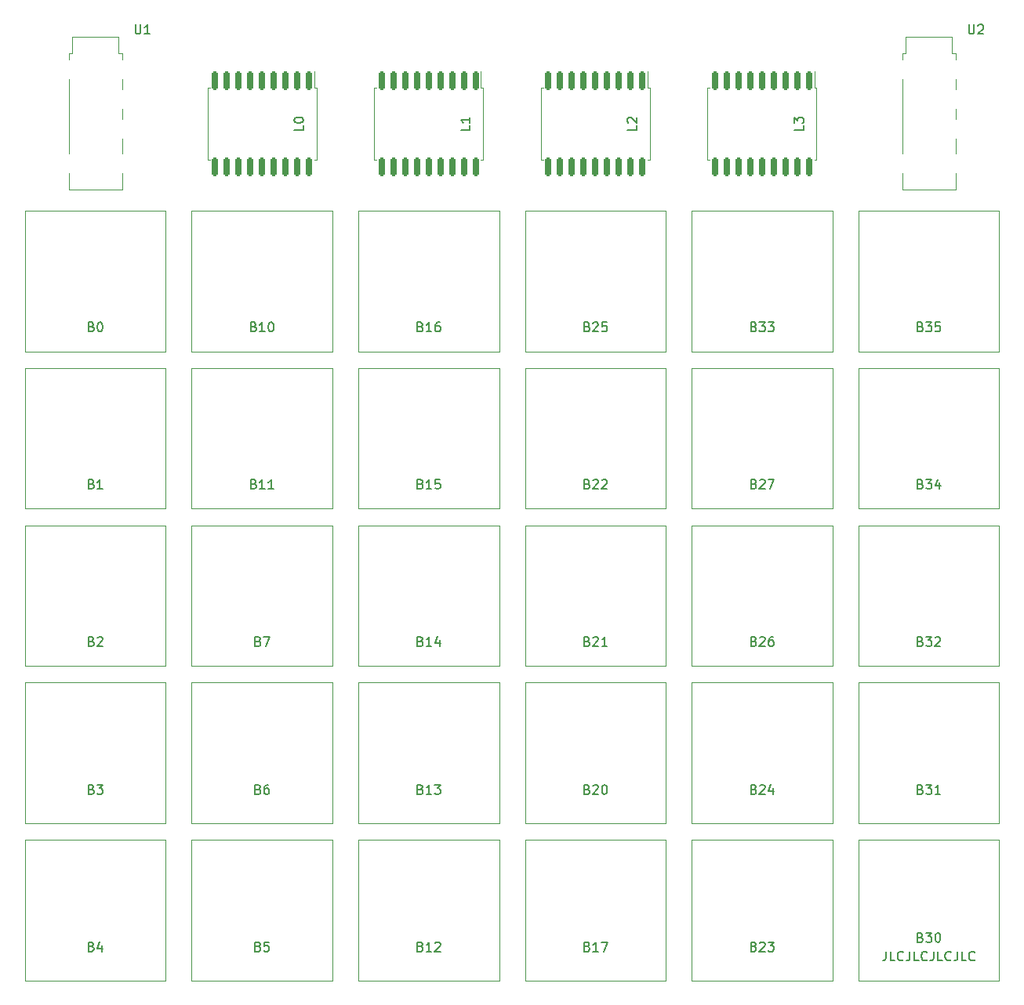
<source format=gbr>
%TF.GenerationSoftware,KiCad,Pcbnew,(6.0.4)*%
%TF.CreationDate,2022-04-25T23:47:20+01:00*%
%TF.ProjectId,pcb,7063622e-6b69-4636-9164-5f7063625858,1*%
%TF.SameCoordinates,Original*%
%TF.FileFunction,Legend,Top*%
%TF.FilePolarity,Positive*%
%FSLAX46Y46*%
G04 Gerber Fmt 4.6, Leading zero omitted, Abs format (unit mm)*
G04 Created by KiCad (PCBNEW (6.0.4)) date 2022-04-25 23:47:20*
%MOMM*%
%LPD*%
G01*
G04 APERTURE LIST*
G04 Aperture macros list*
%AMRoundRect*
0 Rectangle with rounded corners*
0 $1 Rounding radius*
0 $2 $3 $4 $5 $6 $7 $8 $9 X,Y pos of 4 corners*
0 Add a 4 corners polygon primitive as box body*
4,1,4,$2,$3,$4,$5,$6,$7,$8,$9,$2,$3,0*
0 Add four circle primitives for the rounded corners*
1,1,$1+$1,$2,$3*
1,1,$1+$1,$4,$5*
1,1,$1+$1,$6,$7*
1,1,$1+$1,$8,$9*
0 Add four rect primitives between the rounded corners*
20,1,$1+$1,$2,$3,$4,$5,0*
20,1,$1+$1,$4,$5,$6,$7,0*
20,1,$1+$1,$6,$7,$8,$9,0*
20,1,$1+$1,$8,$9,$2,$3,0*%
G04 Aperture macros list end*
%ADD10C,0.150000*%
%ADD11C,0.120000*%
%ADD12C,2.000000*%
%ADD13C,1.900000*%
%ADD14C,3.450000*%
%ADD15C,1.500000*%
%ADD16RoundRect,0.150000X-0.150000X0.875000X-0.150000X-0.875000X0.150000X-0.875000X0.150000X0.875000X0*%
G04 APERTURE END LIST*
D10*
X121380952Y-174452380D02*
X121380952Y-175166666D01*
X121333333Y-175309523D01*
X121238095Y-175404761D01*
X121095238Y-175452380D01*
X121000000Y-175452380D01*
X122333333Y-175452380D02*
X121857142Y-175452380D01*
X121857142Y-174452380D01*
X123238095Y-175357142D02*
X123190476Y-175404761D01*
X123047619Y-175452380D01*
X122952380Y-175452380D01*
X122809523Y-175404761D01*
X122714285Y-175309523D01*
X122666666Y-175214285D01*
X122619047Y-175023809D01*
X122619047Y-174880952D01*
X122666666Y-174690476D01*
X122714285Y-174595238D01*
X122809523Y-174500000D01*
X122952380Y-174452380D01*
X123047619Y-174452380D01*
X123190476Y-174500000D01*
X123238095Y-174547619D01*
X123952380Y-174452380D02*
X123952380Y-175166666D01*
X123904761Y-175309523D01*
X123809523Y-175404761D01*
X123666666Y-175452380D01*
X123571428Y-175452380D01*
X124904761Y-175452380D02*
X124428571Y-175452380D01*
X124428571Y-174452380D01*
X125809523Y-175357142D02*
X125761904Y-175404761D01*
X125619047Y-175452380D01*
X125523809Y-175452380D01*
X125380952Y-175404761D01*
X125285714Y-175309523D01*
X125238095Y-175214285D01*
X125190476Y-175023809D01*
X125190476Y-174880952D01*
X125238095Y-174690476D01*
X125285714Y-174595238D01*
X125380952Y-174500000D01*
X125523809Y-174452380D01*
X125619047Y-174452380D01*
X125761904Y-174500000D01*
X125809523Y-174547619D01*
X126523809Y-174452380D02*
X126523809Y-175166666D01*
X126476190Y-175309523D01*
X126380952Y-175404761D01*
X126238095Y-175452380D01*
X126142857Y-175452380D01*
X127476190Y-175452380D02*
X127000000Y-175452380D01*
X127000000Y-174452380D01*
X128380952Y-175357142D02*
X128333333Y-175404761D01*
X128190476Y-175452380D01*
X128095238Y-175452380D01*
X127952380Y-175404761D01*
X127857142Y-175309523D01*
X127809523Y-175214285D01*
X127761904Y-175023809D01*
X127761904Y-174880952D01*
X127809523Y-174690476D01*
X127857142Y-174595238D01*
X127952380Y-174500000D01*
X128095238Y-174452380D01*
X128190476Y-174452380D01*
X128333333Y-174500000D01*
X128380952Y-174547619D01*
X129095238Y-174452380D02*
X129095238Y-175166666D01*
X129047619Y-175309523D01*
X128952380Y-175404761D01*
X128809523Y-175452380D01*
X128714285Y-175452380D01*
X130047619Y-175452380D02*
X129571428Y-175452380D01*
X129571428Y-174452380D01*
X130952380Y-175357142D02*
X130904761Y-175404761D01*
X130761904Y-175452380D01*
X130666666Y-175452380D01*
X130523809Y-175404761D01*
X130428571Y-175309523D01*
X130380952Y-175214285D01*
X130333333Y-175023809D01*
X130333333Y-174880952D01*
X130380952Y-174690476D01*
X130428571Y-174595238D01*
X130523809Y-174500000D01*
X130666666Y-174452380D01*
X130761904Y-174452380D01*
X130904761Y-174500000D01*
X130952380Y-174547619D01*
%TO.C,B4*%
X35595238Y-173928571D02*
X35738095Y-173976190D01*
X35785714Y-174023809D01*
X35833333Y-174119047D01*
X35833333Y-174261904D01*
X35785714Y-174357142D01*
X35738095Y-174404761D01*
X35642857Y-174452380D01*
X35261904Y-174452380D01*
X35261904Y-173452380D01*
X35595238Y-173452380D01*
X35690476Y-173500000D01*
X35738095Y-173547619D01*
X35785714Y-173642857D01*
X35785714Y-173738095D01*
X35738095Y-173833333D01*
X35690476Y-173880952D01*
X35595238Y-173928571D01*
X35261904Y-173928571D01*
X36690476Y-173785714D02*
X36690476Y-174452380D01*
X36452380Y-173404761D02*
X36214285Y-174119047D01*
X36833333Y-174119047D01*
%TO.C,B0*%
X35595238Y-106928571D02*
X35738095Y-106976190D01*
X35785714Y-107023809D01*
X35833333Y-107119047D01*
X35833333Y-107261904D01*
X35785714Y-107357142D01*
X35738095Y-107404761D01*
X35642857Y-107452380D01*
X35261904Y-107452380D01*
X35261904Y-106452380D01*
X35595238Y-106452380D01*
X35690476Y-106500000D01*
X35738095Y-106547619D01*
X35785714Y-106642857D01*
X35785714Y-106738095D01*
X35738095Y-106833333D01*
X35690476Y-106880952D01*
X35595238Y-106928571D01*
X35261904Y-106928571D01*
X36452380Y-106452380D02*
X36547619Y-106452380D01*
X36642857Y-106500000D01*
X36690476Y-106547619D01*
X36738095Y-106642857D01*
X36785714Y-106833333D01*
X36785714Y-107071428D01*
X36738095Y-107261904D01*
X36690476Y-107357142D01*
X36642857Y-107404761D01*
X36547619Y-107452380D01*
X36452380Y-107452380D01*
X36357142Y-107404761D01*
X36309523Y-107357142D01*
X36261904Y-107261904D01*
X36214285Y-107071428D01*
X36214285Y-106833333D01*
X36261904Y-106642857D01*
X36309523Y-106547619D01*
X36357142Y-106500000D01*
X36452380Y-106452380D01*
%TO.C,B10*%
X53119047Y-106928571D02*
X53261904Y-106976190D01*
X53309523Y-107023809D01*
X53357142Y-107119047D01*
X53357142Y-107261904D01*
X53309523Y-107357142D01*
X53261904Y-107404761D01*
X53166666Y-107452380D01*
X52785714Y-107452380D01*
X52785714Y-106452380D01*
X53119047Y-106452380D01*
X53214285Y-106500000D01*
X53261904Y-106547619D01*
X53309523Y-106642857D01*
X53309523Y-106738095D01*
X53261904Y-106833333D01*
X53214285Y-106880952D01*
X53119047Y-106928571D01*
X52785714Y-106928571D01*
X54309523Y-107452380D02*
X53738095Y-107452380D01*
X54023809Y-107452380D02*
X54023809Y-106452380D01*
X53928571Y-106595238D01*
X53833333Y-106690476D01*
X53738095Y-106738095D01*
X54928571Y-106452380D02*
X55023809Y-106452380D01*
X55119047Y-106500000D01*
X55166666Y-106547619D01*
X55214285Y-106642857D01*
X55261904Y-106833333D01*
X55261904Y-107071428D01*
X55214285Y-107261904D01*
X55166666Y-107357142D01*
X55119047Y-107404761D01*
X55023809Y-107452380D01*
X54928571Y-107452380D01*
X54833333Y-107404761D01*
X54785714Y-107357142D01*
X54738095Y-107261904D01*
X54690476Y-107071428D01*
X54690476Y-106833333D01*
X54738095Y-106642857D01*
X54785714Y-106547619D01*
X54833333Y-106500000D01*
X54928571Y-106452380D01*
%TO.C,B16*%
X71119047Y-106928571D02*
X71261904Y-106976190D01*
X71309523Y-107023809D01*
X71357142Y-107119047D01*
X71357142Y-107261904D01*
X71309523Y-107357142D01*
X71261904Y-107404761D01*
X71166666Y-107452380D01*
X70785714Y-107452380D01*
X70785714Y-106452380D01*
X71119047Y-106452380D01*
X71214285Y-106500000D01*
X71261904Y-106547619D01*
X71309523Y-106642857D01*
X71309523Y-106738095D01*
X71261904Y-106833333D01*
X71214285Y-106880952D01*
X71119047Y-106928571D01*
X70785714Y-106928571D01*
X72309523Y-107452380D02*
X71738095Y-107452380D01*
X72023809Y-107452380D02*
X72023809Y-106452380D01*
X71928571Y-106595238D01*
X71833333Y-106690476D01*
X71738095Y-106738095D01*
X73166666Y-106452380D02*
X72976190Y-106452380D01*
X72880952Y-106500000D01*
X72833333Y-106547619D01*
X72738095Y-106690476D01*
X72690476Y-106880952D01*
X72690476Y-107261904D01*
X72738095Y-107357142D01*
X72785714Y-107404761D01*
X72880952Y-107452380D01*
X73071428Y-107452380D01*
X73166666Y-107404761D01*
X73214285Y-107357142D01*
X73261904Y-107261904D01*
X73261904Y-107023809D01*
X73214285Y-106928571D01*
X73166666Y-106880952D01*
X73071428Y-106833333D01*
X72880952Y-106833333D01*
X72785714Y-106880952D01*
X72738095Y-106928571D01*
X72690476Y-107023809D01*
%TO.C,U1*%
X40318095Y-74282380D02*
X40318095Y-75091904D01*
X40365714Y-75187142D01*
X40413333Y-75234761D01*
X40508571Y-75282380D01*
X40699047Y-75282380D01*
X40794285Y-75234761D01*
X40841904Y-75187142D01*
X40889523Y-75091904D01*
X40889523Y-74282380D01*
X41889523Y-75282380D02*
X41318095Y-75282380D01*
X41603809Y-75282380D02*
X41603809Y-74282380D01*
X41508571Y-74425238D01*
X41413333Y-74520476D01*
X41318095Y-74568095D01*
%TO.C,B26*%
X107119047Y-140928571D02*
X107261904Y-140976190D01*
X107309523Y-141023809D01*
X107357142Y-141119047D01*
X107357142Y-141261904D01*
X107309523Y-141357142D01*
X107261904Y-141404761D01*
X107166666Y-141452380D01*
X106785714Y-141452380D01*
X106785714Y-140452380D01*
X107119047Y-140452380D01*
X107214285Y-140500000D01*
X107261904Y-140547619D01*
X107309523Y-140642857D01*
X107309523Y-140738095D01*
X107261904Y-140833333D01*
X107214285Y-140880952D01*
X107119047Y-140928571D01*
X106785714Y-140928571D01*
X107738095Y-140547619D02*
X107785714Y-140500000D01*
X107880952Y-140452380D01*
X108119047Y-140452380D01*
X108214285Y-140500000D01*
X108261904Y-140547619D01*
X108309523Y-140642857D01*
X108309523Y-140738095D01*
X108261904Y-140880952D01*
X107690476Y-141452380D01*
X108309523Y-141452380D01*
X109166666Y-140452380D02*
X108976190Y-140452380D01*
X108880952Y-140500000D01*
X108833333Y-140547619D01*
X108738095Y-140690476D01*
X108690476Y-140880952D01*
X108690476Y-141261904D01*
X108738095Y-141357142D01*
X108785714Y-141404761D01*
X108880952Y-141452380D01*
X109071428Y-141452380D01*
X109166666Y-141404761D01*
X109214285Y-141357142D01*
X109261904Y-141261904D01*
X109261904Y-141023809D01*
X109214285Y-140928571D01*
X109166666Y-140880952D01*
X109071428Y-140833333D01*
X108880952Y-140833333D01*
X108785714Y-140880952D01*
X108738095Y-140928571D01*
X108690476Y-141023809D01*
%TO.C,U2*%
X130318095Y-74282380D02*
X130318095Y-75091904D01*
X130365714Y-75187142D01*
X130413333Y-75234761D01*
X130508571Y-75282380D01*
X130699047Y-75282380D01*
X130794285Y-75234761D01*
X130841904Y-75187142D01*
X130889523Y-75091904D01*
X130889523Y-74282380D01*
X131318095Y-74377619D02*
X131365714Y-74330000D01*
X131460952Y-74282380D01*
X131699047Y-74282380D01*
X131794285Y-74330000D01*
X131841904Y-74377619D01*
X131889523Y-74472857D01*
X131889523Y-74568095D01*
X131841904Y-74710952D01*
X131270476Y-75282380D01*
X131889523Y-75282380D01*
%TO.C,B6*%
X53595238Y-156928571D02*
X53738095Y-156976190D01*
X53785714Y-157023809D01*
X53833333Y-157119047D01*
X53833333Y-157261904D01*
X53785714Y-157357142D01*
X53738095Y-157404761D01*
X53642857Y-157452380D01*
X53261904Y-157452380D01*
X53261904Y-156452380D01*
X53595238Y-156452380D01*
X53690476Y-156500000D01*
X53738095Y-156547619D01*
X53785714Y-156642857D01*
X53785714Y-156738095D01*
X53738095Y-156833333D01*
X53690476Y-156880952D01*
X53595238Y-156928571D01*
X53261904Y-156928571D01*
X54690476Y-156452380D02*
X54500000Y-156452380D01*
X54404761Y-156500000D01*
X54357142Y-156547619D01*
X54261904Y-156690476D01*
X54214285Y-156880952D01*
X54214285Y-157261904D01*
X54261904Y-157357142D01*
X54309523Y-157404761D01*
X54404761Y-157452380D01*
X54595238Y-157452380D01*
X54690476Y-157404761D01*
X54738095Y-157357142D01*
X54785714Y-157261904D01*
X54785714Y-157023809D01*
X54738095Y-156928571D01*
X54690476Y-156880952D01*
X54595238Y-156833333D01*
X54404761Y-156833333D01*
X54309523Y-156880952D01*
X54261904Y-156928571D01*
X54214285Y-157023809D01*
%TO.C,B23*%
X107119047Y-173928571D02*
X107261904Y-173976190D01*
X107309523Y-174023809D01*
X107357142Y-174119047D01*
X107357142Y-174261904D01*
X107309523Y-174357142D01*
X107261904Y-174404761D01*
X107166666Y-174452380D01*
X106785714Y-174452380D01*
X106785714Y-173452380D01*
X107119047Y-173452380D01*
X107214285Y-173500000D01*
X107261904Y-173547619D01*
X107309523Y-173642857D01*
X107309523Y-173738095D01*
X107261904Y-173833333D01*
X107214285Y-173880952D01*
X107119047Y-173928571D01*
X106785714Y-173928571D01*
X107738095Y-173547619D02*
X107785714Y-173500000D01*
X107880952Y-173452380D01*
X108119047Y-173452380D01*
X108214285Y-173500000D01*
X108261904Y-173547619D01*
X108309523Y-173642857D01*
X108309523Y-173738095D01*
X108261904Y-173880952D01*
X107690476Y-174452380D01*
X108309523Y-174452380D01*
X108642857Y-173452380D02*
X109261904Y-173452380D01*
X108928571Y-173833333D01*
X109071428Y-173833333D01*
X109166666Y-173880952D01*
X109214285Y-173928571D01*
X109261904Y-174023809D01*
X109261904Y-174261904D01*
X109214285Y-174357142D01*
X109166666Y-174404761D01*
X109071428Y-174452380D01*
X108785714Y-174452380D01*
X108690476Y-174404761D01*
X108642857Y-174357142D01*
%TO.C,B25*%
X89119047Y-106928571D02*
X89261904Y-106976190D01*
X89309523Y-107023809D01*
X89357142Y-107119047D01*
X89357142Y-107261904D01*
X89309523Y-107357142D01*
X89261904Y-107404761D01*
X89166666Y-107452380D01*
X88785714Y-107452380D01*
X88785714Y-106452380D01*
X89119047Y-106452380D01*
X89214285Y-106500000D01*
X89261904Y-106547619D01*
X89309523Y-106642857D01*
X89309523Y-106738095D01*
X89261904Y-106833333D01*
X89214285Y-106880952D01*
X89119047Y-106928571D01*
X88785714Y-106928571D01*
X89738095Y-106547619D02*
X89785714Y-106500000D01*
X89880952Y-106452380D01*
X90119047Y-106452380D01*
X90214285Y-106500000D01*
X90261904Y-106547619D01*
X90309523Y-106642857D01*
X90309523Y-106738095D01*
X90261904Y-106880952D01*
X89690476Y-107452380D01*
X90309523Y-107452380D01*
X91214285Y-106452380D02*
X90738095Y-106452380D01*
X90690476Y-106928571D01*
X90738095Y-106880952D01*
X90833333Y-106833333D01*
X91071428Y-106833333D01*
X91166666Y-106880952D01*
X91214285Y-106928571D01*
X91261904Y-107023809D01*
X91261904Y-107261904D01*
X91214285Y-107357142D01*
X91166666Y-107404761D01*
X91071428Y-107452380D01*
X90833333Y-107452380D01*
X90738095Y-107404761D01*
X90690476Y-107357142D01*
%TO.C,B5*%
X53595238Y-173928571D02*
X53738095Y-173976190D01*
X53785714Y-174023809D01*
X53833333Y-174119047D01*
X53833333Y-174261904D01*
X53785714Y-174357142D01*
X53738095Y-174404761D01*
X53642857Y-174452380D01*
X53261904Y-174452380D01*
X53261904Y-173452380D01*
X53595238Y-173452380D01*
X53690476Y-173500000D01*
X53738095Y-173547619D01*
X53785714Y-173642857D01*
X53785714Y-173738095D01*
X53738095Y-173833333D01*
X53690476Y-173880952D01*
X53595238Y-173928571D01*
X53261904Y-173928571D01*
X54738095Y-173452380D02*
X54261904Y-173452380D01*
X54214285Y-173928571D01*
X54261904Y-173880952D01*
X54357142Y-173833333D01*
X54595238Y-173833333D01*
X54690476Y-173880952D01*
X54738095Y-173928571D01*
X54785714Y-174023809D01*
X54785714Y-174261904D01*
X54738095Y-174357142D01*
X54690476Y-174404761D01*
X54595238Y-174452380D01*
X54357142Y-174452380D01*
X54261904Y-174404761D01*
X54214285Y-174357142D01*
%TO.C,B32*%
X125119047Y-140928571D02*
X125261904Y-140976190D01*
X125309523Y-141023809D01*
X125357142Y-141119047D01*
X125357142Y-141261904D01*
X125309523Y-141357142D01*
X125261904Y-141404761D01*
X125166666Y-141452380D01*
X124785714Y-141452380D01*
X124785714Y-140452380D01*
X125119047Y-140452380D01*
X125214285Y-140500000D01*
X125261904Y-140547619D01*
X125309523Y-140642857D01*
X125309523Y-140738095D01*
X125261904Y-140833333D01*
X125214285Y-140880952D01*
X125119047Y-140928571D01*
X124785714Y-140928571D01*
X125690476Y-140452380D02*
X126309523Y-140452380D01*
X125976190Y-140833333D01*
X126119047Y-140833333D01*
X126214285Y-140880952D01*
X126261904Y-140928571D01*
X126309523Y-141023809D01*
X126309523Y-141261904D01*
X126261904Y-141357142D01*
X126214285Y-141404761D01*
X126119047Y-141452380D01*
X125833333Y-141452380D01*
X125738095Y-141404761D01*
X125690476Y-141357142D01*
X126690476Y-140547619D02*
X126738095Y-140500000D01*
X126833333Y-140452380D01*
X127071428Y-140452380D01*
X127166666Y-140500000D01*
X127214285Y-140547619D01*
X127261904Y-140642857D01*
X127261904Y-140738095D01*
X127214285Y-140880952D01*
X126642857Y-141452380D01*
X127261904Y-141452380D01*
%TO.C,B15*%
X71119047Y-123928571D02*
X71261904Y-123976190D01*
X71309523Y-124023809D01*
X71357142Y-124119047D01*
X71357142Y-124261904D01*
X71309523Y-124357142D01*
X71261904Y-124404761D01*
X71166666Y-124452380D01*
X70785714Y-124452380D01*
X70785714Y-123452380D01*
X71119047Y-123452380D01*
X71214285Y-123500000D01*
X71261904Y-123547619D01*
X71309523Y-123642857D01*
X71309523Y-123738095D01*
X71261904Y-123833333D01*
X71214285Y-123880952D01*
X71119047Y-123928571D01*
X70785714Y-123928571D01*
X72309523Y-124452380D02*
X71738095Y-124452380D01*
X72023809Y-124452380D02*
X72023809Y-123452380D01*
X71928571Y-123595238D01*
X71833333Y-123690476D01*
X71738095Y-123738095D01*
X73214285Y-123452380D02*
X72738095Y-123452380D01*
X72690476Y-123928571D01*
X72738095Y-123880952D01*
X72833333Y-123833333D01*
X73071428Y-123833333D01*
X73166666Y-123880952D01*
X73214285Y-123928571D01*
X73261904Y-124023809D01*
X73261904Y-124261904D01*
X73214285Y-124357142D01*
X73166666Y-124404761D01*
X73071428Y-124452380D01*
X72833333Y-124452380D01*
X72738095Y-124404761D01*
X72690476Y-124357142D01*
%TO.C,B13*%
X71119047Y-156928571D02*
X71261904Y-156976190D01*
X71309523Y-157023809D01*
X71357142Y-157119047D01*
X71357142Y-157261904D01*
X71309523Y-157357142D01*
X71261904Y-157404761D01*
X71166666Y-157452380D01*
X70785714Y-157452380D01*
X70785714Y-156452380D01*
X71119047Y-156452380D01*
X71214285Y-156500000D01*
X71261904Y-156547619D01*
X71309523Y-156642857D01*
X71309523Y-156738095D01*
X71261904Y-156833333D01*
X71214285Y-156880952D01*
X71119047Y-156928571D01*
X70785714Y-156928571D01*
X72309523Y-157452380D02*
X71738095Y-157452380D01*
X72023809Y-157452380D02*
X72023809Y-156452380D01*
X71928571Y-156595238D01*
X71833333Y-156690476D01*
X71738095Y-156738095D01*
X72642857Y-156452380D02*
X73261904Y-156452380D01*
X72928571Y-156833333D01*
X73071428Y-156833333D01*
X73166666Y-156880952D01*
X73214285Y-156928571D01*
X73261904Y-157023809D01*
X73261904Y-157261904D01*
X73214285Y-157357142D01*
X73166666Y-157404761D01*
X73071428Y-157452380D01*
X72785714Y-157452380D01*
X72690476Y-157404761D01*
X72642857Y-157357142D01*
%TO.C,B7*%
X53595238Y-140928571D02*
X53738095Y-140976190D01*
X53785714Y-141023809D01*
X53833333Y-141119047D01*
X53833333Y-141261904D01*
X53785714Y-141357142D01*
X53738095Y-141404761D01*
X53642857Y-141452380D01*
X53261904Y-141452380D01*
X53261904Y-140452380D01*
X53595238Y-140452380D01*
X53690476Y-140500000D01*
X53738095Y-140547619D01*
X53785714Y-140642857D01*
X53785714Y-140738095D01*
X53738095Y-140833333D01*
X53690476Y-140880952D01*
X53595238Y-140928571D01*
X53261904Y-140928571D01*
X54166666Y-140452380D02*
X54833333Y-140452380D01*
X54404761Y-141452380D01*
%TO.C,B20*%
X89119047Y-156928571D02*
X89261904Y-156976190D01*
X89309523Y-157023809D01*
X89357142Y-157119047D01*
X89357142Y-157261904D01*
X89309523Y-157357142D01*
X89261904Y-157404761D01*
X89166666Y-157452380D01*
X88785714Y-157452380D01*
X88785714Y-156452380D01*
X89119047Y-156452380D01*
X89214285Y-156500000D01*
X89261904Y-156547619D01*
X89309523Y-156642857D01*
X89309523Y-156738095D01*
X89261904Y-156833333D01*
X89214285Y-156880952D01*
X89119047Y-156928571D01*
X88785714Y-156928571D01*
X89738095Y-156547619D02*
X89785714Y-156500000D01*
X89880952Y-156452380D01*
X90119047Y-156452380D01*
X90214285Y-156500000D01*
X90261904Y-156547619D01*
X90309523Y-156642857D01*
X90309523Y-156738095D01*
X90261904Y-156880952D01*
X89690476Y-157452380D01*
X90309523Y-157452380D01*
X90928571Y-156452380D02*
X91023809Y-156452380D01*
X91119047Y-156500000D01*
X91166666Y-156547619D01*
X91214285Y-156642857D01*
X91261904Y-156833333D01*
X91261904Y-157071428D01*
X91214285Y-157261904D01*
X91166666Y-157357142D01*
X91119047Y-157404761D01*
X91023809Y-157452380D01*
X90928571Y-157452380D01*
X90833333Y-157404761D01*
X90785714Y-157357142D01*
X90738095Y-157261904D01*
X90690476Y-157071428D01*
X90690476Y-156833333D01*
X90738095Y-156642857D01*
X90785714Y-156547619D01*
X90833333Y-156500000D01*
X90928571Y-156452380D01*
%TO.C,B24*%
X107119047Y-156928571D02*
X107261904Y-156976190D01*
X107309523Y-157023809D01*
X107357142Y-157119047D01*
X107357142Y-157261904D01*
X107309523Y-157357142D01*
X107261904Y-157404761D01*
X107166666Y-157452380D01*
X106785714Y-157452380D01*
X106785714Y-156452380D01*
X107119047Y-156452380D01*
X107214285Y-156500000D01*
X107261904Y-156547619D01*
X107309523Y-156642857D01*
X107309523Y-156738095D01*
X107261904Y-156833333D01*
X107214285Y-156880952D01*
X107119047Y-156928571D01*
X106785714Y-156928571D01*
X107738095Y-156547619D02*
X107785714Y-156500000D01*
X107880952Y-156452380D01*
X108119047Y-156452380D01*
X108214285Y-156500000D01*
X108261904Y-156547619D01*
X108309523Y-156642857D01*
X108309523Y-156738095D01*
X108261904Y-156880952D01*
X107690476Y-157452380D01*
X108309523Y-157452380D01*
X109166666Y-156785714D02*
X109166666Y-157452380D01*
X108928571Y-156404761D02*
X108690476Y-157119047D01*
X109309523Y-157119047D01*
%TO.C,B27*%
X107119047Y-123928571D02*
X107261904Y-123976190D01*
X107309523Y-124023809D01*
X107357142Y-124119047D01*
X107357142Y-124261904D01*
X107309523Y-124357142D01*
X107261904Y-124404761D01*
X107166666Y-124452380D01*
X106785714Y-124452380D01*
X106785714Y-123452380D01*
X107119047Y-123452380D01*
X107214285Y-123500000D01*
X107261904Y-123547619D01*
X107309523Y-123642857D01*
X107309523Y-123738095D01*
X107261904Y-123833333D01*
X107214285Y-123880952D01*
X107119047Y-123928571D01*
X106785714Y-123928571D01*
X107738095Y-123547619D02*
X107785714Y-123500000D01*
X107880952Y-123452380D01*
X108119047Y-123452380D01*
X108214285Y-123500000D01*
X108261904Y-123547619D01*
X108309523Y-123642857D01*
X108309523Y-123738095D01*
X108261904Y-123880952D01*
X107690476Y-124452380D01*
X108309523Y-124452380D01*
X108642857Y-123452380D02*
X109309523Y-123452380D01*
X108880952Y-124452380D01*
%TO.C,L0*%
X58452380Y-85166666D02*
X58452380Y-85642857D01*
X57452380Y-85642857D01*
X57452380Y-84642857D02*
X57452380Y-84547619D01*
X57500000Y-84452380D01*
X57547619Y-84404761D01*
X57642857Y-84357142D01*
X57833333Y-84309523D01*
X58071428Y-84309523D01*
X58261904Y-84357142D01*
X58357142Y-84404761D01*
X58404761Y-84452380D01*
X58452380Y-84547619D01*
X58452380Y-84642857D01*
X58404761Y-84738095D01*
X58357142Y-84785714D01*
X58261904Y-84833333D01*
X58071428Y-84880952D01*
X57833333Y-84880952D01*
X57642857Y-84833333D01*
X57547619Y-84785714D01*
X57500000Y-84738095D01*
X57452380Y-84642857D01*
%TO.C,B21*%
X89119047Y-140928571D02*
X89261904Y-140976190D01*
X89309523Y-141023809D01*
X89357142Y-141119047D01*
X89357142Y-141261904D01*
X89309523Y-141357142D01*
X89261904Y-141404761D01*
X89166666Y-141452380D01*
X88785714Y-141452380D01*
X88785714Y-140452380D01*
X89119047Y-140452380D01*
X89214285Y-140500000D01*
X89261904Y-140547619D01*
X89309523Y-140642857D01*
X89309523Y-140738095D01*
X89261904Y-140833333D01*
X89214285Y-140880952D01*
X89119047Y-140928571D01*
X88785714Y-140928571D01*
X89738095Y-140547619D02*
X89785714Y-140500000D01*
X89880952Y-140452380D01*
X90119047Y-140452380D01*
X90214285Y-140500000D01*
X90261904Y-140547619D01*
X90309523Y-140642857D01*
X90309523Y-140738095D01*
X90261904Y-140880952D01*
X89690476Y-141452380D01*
X90309523Y-141452380D01*
X91261904Y-141452380D02*
X90690476Y-141452380D01*
X90976190Y-141452380D02*
X90976190Y-140452380D01*
X90880952Y-140595238D01*
X90785714Y-140690476D01*
X90690476Y-140738095D01*
%TO.C,B22*%
X89119047Y-123928571D02*
X89261904Y-123976190D01*
X89309523Y-124023809D01*
X89357142Y-124119047D01*
X89357142Y-124261904D01*
X89309523Y-124357142D01*
X89261904Y-124404761D01*
X89166666Y-124452380D01*
X88785714Y-124452380D01*
X88785714Y-123452380D01*
X89119047Y-123452380D01*
X89214285Y-123500000D01*
X89261904Y-123547619D01*
X89309523Y-123642857D01*
X89309523Y-123738095D01*
X89261904Y-123833333D01*
X89214285Y-123880952D01*
X89119047Y-123928571D01*
X88785714Y-123928571D01*
X89738095Y-123547619D02*
X89785714Y-123500000D01*
X89880952Y-123452380D01*
X90119047Y-123452380D01*
X90214285Y-123500000D01*
X90261904Y-123547619D01*
X90309523Y-123642857D01*
X90309523Y-123738095D01*
X90261904Y-123880952D01*
X89690476Y-124452380D01*
X90309523Y-124452380D01*
X90690476Y-123547619D02*
X90738095Y-123500000D01*
X90833333Y-123452380D01*
X91071428Y-123452380D01*
X91166666Y-123500000D01*
X91214285Y-123547619D01*
X91261904Y-123642857D01*
X91261904Y-123738095D01*
X91214285Y-123880952D01*
X90642857Y-124452380D01*
X91261904Y-124452380D01*
%TO.C,B3*%
X35595238Y-156928571D02*
X35738095Y-156976190D01*
X35785714Y-157023809D01*
X35833333Y-157119047D01*
X35833333Y-157261904D01*
X35785714Y-157357142D01*
X35738095Y-157404761D01*
X35642857Y-157452380D01*
X35261904Y-157452380D01*
X35261904Y-156452380D01*
X35595238Y-156452380D01*
X35690476Y-156500000D01*
X35738095Y-156547619D01*
X35785714Y-156642857D01*
X35785714Y-156738095D01*
X35738095Y-156833333D01*
X35690476Y-156880952D01*
X35595238Y-156928571D01*
X35261904Y-156928571D01*
X36166666Y-156452380D02*
X36785714Y-156452380D01*
X36452380Y-156833333D01*
X36595238Y-156833333D01*
X36690476Y-156880952D01*
X36738095Y-156928571D01*
X36785714Y-157023809D01*
X36785714Y-157261904D01*
X36738095Y-157357142D01*
X36690476Y-157404761D01*
X36595238Y-157452380D01*
X36309523Y-157452380D01*
X36214285Y-157404761D01*
X36166666Y-157357142D01*
%TO.C,B2*%
X35595238Y-140928571D02*
X35738095Y-140976190D01*
X35785714Y-141023809D01*
X35833333Y-141119047D01*
X35833333Y-141261904D01*
X35785714Y-141357142D01*
X35738095Y-141404761D01*
X35642857Y-141452380D01*
X35261904Y-141452380D01*
X35261904Y-140452380D01*
X35595238Y-140452380D01*
X35690476Y-140500000D01*
X35738095Y-140547619D01*
X35785714Y-140642857D01*
X35785714Y-140738095D01*
X35738095Y-140833333D01*
X35690476Y-140880952D01*
X35595238Y-140928571D01*
X35261904Y-140928571D01*
X36214285Y-140547619D02*
X36261904Y-140500000D01*
X36357142Y-140452380D01*
X36595238Y-140452380D01*
X36690476Y-140500000D01*
X36738095Y-140547619D01*
X36785714Y-140642857D01*
X36785714Y-140738095D01*
X36738095Y-140880952D01*
X36166666Y-141452380D01*
X36785714Y-141452380D01*
%TO.C,B35*%
X125119047Y-106928571D02*
X125261904Y-106976190D01*
X125309523Y-107023809D01*
X125357142Y-107119047D01*
X125357142Y-107261904D01*
X125309523Y-107357142D01*
X125261904Y-107404761D01*
X125166666Y-107452380D01*
X124785714Y-107452380D01*
X124785714Y-106452380D01*
X125119047Y-106452380D01*
X125214285Y-106500000D01*
X125261904Y-106547619D01*
X125309523Y-106642857D01*
X125309523Y-106738095D01*
X125261904Y-106833333D01*
X125214285Y-106880952D01*
X125119047Y-106928571D01*
X124785714Y-106928571D01*
X125690476Y-106452380D02*
X126309523Y-106452380D01*
X125976190Y-106833333D01*
X126119047Y-106833333D01*
X126214285Y-106880952D01*
X126261904Y-106928571D01*
X126309523Y-107023809D01*
X126309523Y-107261904D01*
X126261904Y-107357142D01*
X126214285Y-107404761D01*
X126119047Y-107452380D01*
X125833333Y-107452380D01*
X125738095Y-107404761D01*
X125690476Y-107357142D01*
X127214285Y-106452380D02*
X126738095Y-106452380D01*
X126690476Y-106928571D01*
X126738095Y-106880952D01*
X126833333Y-106833333D01*
X127071428Y-106833333D01*
X127166666Y-106880952D01*
X127214285Y-106928571D01*
X127261904Y-107023809D01*
X127261904Y-107261904D01*
X127214285Y-107357142D01*
X127166666Y-107404761D01*
X127071428Y-107452380D01*
X126833333Y-107452380D01*
X126738095Y-107404761D01*
X126690476Y-107357142D01*
%TO.C,B12*%
X71119047Y-173928571D02*
X71261904Y-173976190D01*
X71309523Y-174023809D01*
X71357142Y-174119047D01*
X71357142Y-174261904D01*
X71309523Y-174357142D01*
X71261904Y-174404761D01*
X71166666Y-174452380D01*
X70785714Y-174452380D01*
X70785714Y-173452380D01*
X71119047Y-173452380D01*
X71214285Y-173500000D01*
X71261904Y-173547619D01*
X71309523Y-173642857D01*
X71309523Y-173738095D01*
X71261904Y-173833333D01*
X71214285Y-173880952D01*
X71119047Y-173928571D01*
X70785714Y-173928571D01*
X72309523Y-174452380D02*
X71738095Y-174452380D01*
X72023809Y-174452380D02*
X72023809Y-173452380D01*
X71928571Y-173595238D01*
X71833333Y-173690476D01*
X71738095Y-173738095D01*
X72690476Y-173547619D02*
X72738095Y-173500000D01*
X72833333Y-173452380D01*
X73071428Y-173452380D01*
X73166666Y-173500000D01*
X73214285Y-173547619D01*
X73261904Y-173642857D01*
X73261904Y-173738095D01*
X73214285Y-173880952D01*
X72642857Y-174452380D01*
X73261904Y-174452380D01*
%TO.C,L2*%
X94452380Y-85166666D02*
X94452380Y-85642857D01*
X93452380Y-85642857D01*
X93547619Y-84880952D02*
X93500000Y-84833333D01*
X93452380Y-84738095D01*
X93452380Y-84500000D01*
X93500000Y-84404761D01*
X93547619Y-84357142D01*
X93642857Y-84309523D01*
X93738095Y-84309523D01*
X93880952Y-84357142D01*
X94452380Y-84928571D01*
X94452380Y-84309523D01*
%TO.C,L1*%
X76452380Y-85166666D02*
X76452380Y-85642857D01*
X75452380Y-85642857D01*
X76452380Y-84309523D02*
X76452380Y-84880952D01*
X76452380Y-84595238D02*
X75452380Y-84595238D01*
X75595238Y-84690476D01*
X75690476Y-84785714D01*
X75738095Y-84880952D01*
%TO.C,B1*%
X35595238Y-123928571D02*
X35738095Y-123976190D01*
X35785714Y-124023809D01*
X35833333Y-124119047D01*
X35833333Y-124261904D01*
X35785714Y-124357142D01*
X35738095Y-124404761D01*
X35642857Y-124452380D01*
X35261904Y-124452380D01*
X35261904Y-123452380D01*
X35595238Y-123452380D01*
X35690476Y-123500000D01*
X35738095Y-123547619D01*
X35785714Y-123642857D01*
X35785714Y-123738095D01*
X35738095Y-123833333D01*
X35690476Y-123880952D01*
X35595238Y-123928571D01*
X35261904Y-123928571D01*
X36785714Y-124452380D02*
X36214285Y-124452380D01*
X36500000Y-124452380D02*
X36500000Y-123452380D01*
X36404761Y-123595238D01*
X36309523Y-123690476D01*
X36214285Y-123738095D01*
%TO.C,B17*%
X89119047Y-173928571D02*
X89261904Y-173976190D01*
X89309523Y-174023809D01*
X89357142Y-174119047D01*
X89357142Y-174261904D01*
X89309523Y-174357142D01*
X89261904Y-174404761D01*
X89166666Y-174452380D01*
X88785714Y-174452380D01*
X88785714Y-173452380D01*
X89119047Y-173452380D01*
X89214285Y-173500000D01*
X89261904Y-173547619D01*
X89309523Y-173642857D01*
X89309523Y-173738095D01*
X89261904Y-173833333D01*
X89214285Y-173880952D01*
X89119047Y-173928571D01*
X88785714Y-173928571D01*
X90309523Y-174452380D02*
X89738095Y-174452380D01*
X90023809Y-174452380D02*
X90023809Y-173452380D01*
X89928571Y-173595238D01*
X89833333Y-173690476D01*
X89738095Y-173738095D01*
X90642857Y-173452380D02*
X91309523Y-173452380D01*
X90880952Y-174452380D01*
%TO.C,B11*%
X53119047Y-123928571D02*
X53261904Y-123976190D01*
X53309523Y-124023809D01*
X53357142Y-124119047D01*
X53357142Y-124261904D01*
X53309523Y-124357142D01*
X53261904Y-124404761D01*
X53166666Y-124452380D01*
X52785714Y-124452380D01*
X52785714Y-123452380D01*
X53119047Y-123452380D01*
X53214285Y-123500000D01*
X53261904Y-123547619D01*
X53309523Y-123642857D01*
X53309523Y-123738095D01*
X53261904Y-123833333D01*
X53214285Y-123880952D01*
X53119047Y-123928571D01*
X52785714Y-123928571D01*
X54309523Y-124452380D02*
X53738095Y-124452380D01*
X54023809Y-124452380D02*
X54023809Y-123452380D01*
X53928571Y-123595238D01*
X53833333Y-123690476D01*
X53738095Y-123738095D01*
X55261904Y-124452380D02*
X54690476Y-124452380D01*
X54976190Y-124452380D02*
X54976190Y-123452380D01*
X54880952Y-123595238D01*
X54785714Y-123690476D01*
X54690476Y-123738095D01*
%TO.C,B31*%
X125119047Y-156928571D02*
X125261904Y-156976190D01*
X125309523Y-157023809D01*
X125357142Y-157119047D01*
X125357142Y-157261904D01*
X125309523Y-157357142D01*
X125261904Y-157404761D01*
X125166666Y-157452380D01*
X124785714Y-157452380D01*
X124785714Y-156452380D01*
X125119047Y-156452380D01*
X125214285Y-156500000D01*
X125261904Y-156547619D01*
X125309523Y-156642857D01*
X125309523Y-156738095D01*
X125261904Y-156833333D01*
X125214285Y-156880952D01*
X125119047Y-156928571D01*
X124785714Y-156928571D01*
X125690476Y-156452380D02*
X126309523Y-156452380D01*
X125976190Y-156833333D01*
X126119047Y-156833333D01*
X126214285Y-156880952D01*
X126261904Y-156928571D01*
X126309523Y-157023809D01*
X126309523Y-157261904D01*
X126261904Y-157357142D01*
X126214285Y-157404761D01*
X126119047Y-157452380D01*
X125833333Y-157452380D01*
X125738095Y-157404761D01*
X125690476Y-157357142D01*
X127261904Y-157452380D02*
X126690476Y-157452380D01*
X126976190Y-157452380D02*
X126976190Y-156452380D01*
X126880952Y-156595238D01*
X126785714Y-156690476D01*
X126690476Y-156738095D01*
%TO.C,L3*%
X112452380Y-85166666D02*
X112452380Y-85642857D01*
X111452380Y-85642857D01*
X111452380Y-84928571D02*
X111452380Y-84309523D01*
X111833333Y-84642857D01*
X111833333Y-84500000D01*
X111880952Y-84404761D01*
X111928571Y-84357142D01*
X112023809Y-84309523D01*
X112261904Y-84309523D01*
X112357142Y-84357142D01*
X112404761Y-84404761D01*
X112452380Y-84500000D01*
X112452380Y-84785714D01*
X112404761Y-84880952D01*
X112357142Y-84928571D01*
%TO.C,B33*%
X107119047Y-106928571D02*
X107261904Y-106976190D01*
X107309523Y-107023809D01*
X107357142Y-107119047D01*
X107357142Y-107261904D01*
X107309523Y-107357142D01*
X107261904Y-107404761D01*
X107166666Y-107452380D01*
X106785714Y-107452380D01*
X106785714Y-106452380D01*
X107119047Y-106452380D01*
X107214285Y-106500000D01*
X107261904Y-106547619D01*
X107309523Y-106642857D01*
X107309523Y-106738095D01*
X107261904Y-106833333D01*
X107214285Y-106880952D01*
X107119047Y-106928571D01*
X106785714Y-106928571D01*
X107690476Y-106452380D02*
X108309523Y-106452380D01*
X107976190Y-106833333D01*
X108119047Y-106833333D01*
X108214285Y-106880952D01*
X108261904Y-106928571D01*
X108309523Y-107023809D01*
X108309523Y-107261904D01*
X108261904Y-107357142D01*
X108214285Y-107404761D01*
X108119047Y-107452380D01*
X107833333Y-107452380D01*
X107738095Y-107404761D01*
X107690476Y-107357142D01*
X108642857Y-106452380D02*
X109261904Y-106452380D01*
X108928571Y-106833333D01*
X109071428Y-106833333D01*
X109166666Y-106880952D01*
X109214285Y-106928571D01*
X109261904Y-107023809D01*
X109261904Y-107261904D01*
X109214285Y-107357142D01*
X109166666Y-107404761D01*
X109071428Y-107452380D01*
X108785714Y-107452380D01*
X108690476Y-107404761D01*
X108642857Y-107357142D01*
%TO.C,B14*%
X71119047Y-140928571D02*
X71261904Y-140976190D01*
X71309523Y-141023809D01*
X71357142Y-141119047D01*
X71357142Y-141261904D01*
X71309523Y-141357142D01*
X71261904Y-141404761D01*
X71166666Y-141452380D01*
X70785714Y-141452380D01*
X70785714Y-140452380D01*
X71119047Y-140452380D01*
X71214285Y-140500000D01*
X71261904Y-140547619D01*
X71309523Y-140642857D01*
X71309523Y-140738095D01*
X71261904Y-140833333D01*
X71214285Y-140880952D01*
X71119047Y-140928571D01*
X70785714Y-140928571D01*
X72309523Y-141452380D02*
X71738095Y-141452380D01*
X72023809Y-141452380D02*
X72023809Y-140452380D01*
X71928571Y-140595238D01*
X71833333Y-140690476D01*
X71738095Y-140738095D01*
X73166666Y-140785714D02*
X73166666Y-141452380D01*
X72928571Y-140404761D02*
X72690476Y-141119047D01*
X73309523Y-141119047D01*
%TO.C,B34*%
X125119047Y-123928571D02*
X125261904Y-123976190D01*
X125309523Y-124023809D01*
X125357142Y-124119047D01*
X125357142Y-124261904D01*
X125309523Y-124357142D01*
X125261904Y-124404761D01*
X125166666Y-124452380D01*
X124785714Y-124452380D01*
X124785714Y-123452380D01*
X125119047Y-123452380D01*
X125214285Y-123500000D01*
X125261904Y-123547619D01*
X125309523Y-123642857D01*
X125309523Y-123738095D01*
X125261904Y-123833333D01*
X125214285Y-123880952D01*
X125119047Y-123928571D01*
X124785714Y-123928571D01*
X125690476Y-123452380D02*
X126309523Y-123452380D01*
X125976190Y-123833333D01*
X126119047Y-123833333D01*
X126214285Y-123880952D01*
X126261904Y-123928571D01*
X126309523Y-124023809D01*
X126309523Y-124261904D01*
X126261904Y-124357142D01*
X126214285Y-124404761D01*
X126119047Y-124452380D01*
X125833333Y-124452380D01*
X125738095Y-124404761D01*
X125690476Y-124357142D01*
X127166666Y-123785714D02*
X127166666Y-124452380D01*
X126928571Y-123404761D02*
X126690476Y-124119047D01*
X127309523Y-124119047D01*
%TO.C,B30*%
X125119047Y-172928571D02*
X125261904Y-172976190D01*
X125309523Y-173023809D01*
X125357142Y-173119047D01*
X125357142Y-173261904D01*
X125309523Y-173357142D01*
X125261904Y-173404761D01*
X125166666Y-173452380D01*
X124785714Y-173452380D01*
X124785714Y-172452380D01*
X125119047Y-172452380D01*
X125214285Y-172500000D01*
X125261904Y-172547619D01*
X125309523Y-172642857D01*
X125309523Y-172738095D01*
X125261904Y-172833333D01*
X125214285Y-172880952D01*
X125119047Y-172928571D01*
X124785714Y-172928571D01*
X125690476Y-172452380D02*
X126309523Y-172452380D01*
X125976190Y-172833333D01*
X126119047Y-172833333D01*
X126214285Y-172880952D01*
X126261904Y-172928571D01*
X126309523Y-173023809D01*
X126309523Y-173261904D01*
X126261904Y-173357142D01*
X126214285Y-173404761D01*
X126119047Y-173452380D01*
X125833333Y-173452380D01*
X125738095Y-173404761D01*
X125690476Y-173357142D01*
X126928571Y-172452380D02*
X127023809Y-172452380D01*
X127119047Y-172500000D01*
X127166666Y-172547619D01*
X127214285Y-172642857D01*
X127261904Y-172833333D01*
X127261904Y-173071428D01*
X127214285Y-173261904D01*
X127166666Y-173357142D01*
X127119047Y-173404761D01*
X127023809Y-173452380D01*
X126928571Y-173452380D01*
X126833333Y-173404761D01*
X126785714Y-173357142D01*
X126738095Y-173261904D01*
X126690476Y-173071428D01*
X126690476Y-172833333D01*
X126738095Y-172642857D01*
X126785714Y-172547619D01*
X126833333Y-172500000D01*
X126928571Y-172452380D01*
D11*
%TO.C,B4*%
X43600000Y-177600000D02*
X43600000Y-162400000D01*
X43600000Y-162400000D02*
X28400000Y-162400000D01*
X28400000Y-162400000D02*
X28400000Y-177600000D01*
X28400000Y-177600000D02*
X43600000Y-177600000D01*
%TO.C,B0*%
X28400000Y-109600000D02*
X43600000Y-109600000D01*
X43600000Y-109600000D02*
X43600000Y-94400000D01*
X43600000Y-94400000D02*
X28400000Y-94400000D01*
X28400000Y-94400000D02*
X28400000Y-109600000D01*
%TO.C,B10*%
X61600000Y-109600000D02*
X61600000Y-94400000D01*
X46400000Y-109600000D02*
X61600000Y-109600000D01*
X61600000Y-94400000D02*
X46400000Y-94400000D01*
X46400000Y-94400000D02*
X46400000Y-109600000D01*
%TO.C,B16*%
X79600000Y-94400000D02*
X64400000Y-94400000D01*
X64400000Y-94400000D02*
X64400000Y-109600000D01*
X64400000Y-109600000D02*
X79600000Y-109600000D01*
X79600000Y-109600000D02*
X79600000Y-94400000D01*
%TO.C,U1*%
X33125000Y-77370000D02*
X33125000Y-92070000D01*
X38500000Y-77370000D02*
X38875000Y-77370000D01*
X38500000Y-75570000D02*
X38500000Y-77370000D01*
X33125000Y-92070000D02*
X38875000Y-92070000D01*
X33500000Y-75570000D02*
X33500000Y-77370000D01*
X33460000Y-77370000D02*
X33125000Y-77370000D01*
X38875000Y-77370000D02*
X38875000Y-92070000D01*
X33500000Y-75570000D02*
X38500000Y-75570000D01*
%TO.C,B26*%
X115600000Y-128400000D02*
X100400000Y-128400000D01*
X100400000Y-143600000D02*
X115600000Y-143600000D01*
X100400000Y-128400000D02*
X100400000Y-143600000D01*
X115600000Y-143600000D02*
X115600000Y-128400000D01*
%TO.C,U2*%
X123500000Y-75570000D02*
X128500000Y-75570000D01*
X123125000Y-92070000D02*
X128875000Y-92070000D01*
X128500000Y-77370000D02*
X128875000Y-77370000D01*
X123125000Y-77370000D02*
X123125000Y-92070000D01*
X123460000Y-77370000D02*
X123125000Y-77370000D01*
X128500000Y-75570000D02*
X128500000Y-77370000D01*
X123500000Y-75570000D02*
X123500000Y-77370000D01*
X128875000Y-77370000D02*
X128875000Y-92070000D01*
%TO.C,B6*%
X46400000Y-160600000D02*
X61600000Y-160600000D01*
X61600000Y-160600000D02*
X61600000Y-145400000D01*
X61600000Y-145400000D02*
X46400000Y-145400000D01*
X46400000Y-145400000D02*
X46400000Y-160600000D01*
%TO.C,B23*%
X115600000Y-162400000D02*
X100400000Y-162400000D01*
X115600000Y-177600000D02*
X115600000Y-162400000D01*
X100400000Y-162400000D02*
X100400000Y-177600000D01*
X100400000Y-177600000D02*
X115600000Y-177600000D01*
%TO.C,B25*%
X97600000Y-94400000D02*
X82400000Y-94400000D01*
X82400000Y-109600000D02*
X97600000Y-109600000D01*
X97600000Y-109600000D02*
X97600000Y-94400000D01*
X82400000Y-94400000D02*
X82400000Y-109600000D01*
%TO.C,B5*%
X46400000Y-177600000D02*
X61600000Y-177600000D01*
X46400000Y-162400000D02*
X46400000Y-177600000D01*
X61600000Y-162400000D02*
X46400000Y-162400000D01*
X61600000Y-177600000D02*
X61600000Y-162400000D01*
%TO.C,B32*%
X133600000Y-128400000D02*
X118400000Y-128400000D01*
X133600000Y-143600000D02*
X133600000Y-128400000D01*
X118400000Y-128400000D02*
X118400000Y-143600000D01*
X118400000Y-143600000D02*
X133600000Y-143600000D01*
%TO.C,B15*%
X79600000Y-126600000D02*
X79600000Y-111400000D01*
X64400000Y-126600000D02*
X79600000Y-126600000D01*
X79600000Y-111400000D02*
X64400000Y-111400000D01*
X64400000Y-111400000D02*
X64400000Y-126600000D01*
%TO.C,B13*%
X79600000Y-145400000D02*
X64400000Y-145400000D01*
X64400000Y-145400000D02*
X64400000Y-160600000D01*
X79600000Y-160600000D02*
X79600000Y-145400000D01*
X64400000Y-160600000D02*
X79600000Y-160600000D01*
%TO.C,B7*%
X46400000Y-143600000D02*
X61600000Y-143600000D01*
X61600000Y-128400000D02*
X46400000Y-128400000D01*
X46400000Y-128400000D02*
X46400000Y-143600000D01*
X61600000Y-143600000D02*
X61600000Y-128400000D01*
%TO.C,B20*%
X97600000Y-160600000D02*
X97600000Y-145400000D01*
X97600000Y-145400000D02*
X82400000Y-145400000D01*
X82400000Y-160600000D02*
X97600000Y-160600000D01*
X82400000Y-145400000D02*
X82400000Y-160600000D01*
%TO.C,B24*%
X115600000Y-160600000D02*
X115600000Y-145400000D01*
X100400000Y-145400000D02*
X100400000Y-160600000D01*
X115600000Y-145400000D02*
X100400000Y-145400000D01*
X100400000Y-160600000D02*
X115600000Y-160600000D01*
%TO.C,B27*%
X100400000Y-126600000D02*
X115600000Y-126600000D01*
X115600000Y-111400000D02*
X100400000Y-111400000D01*
X100400000Y-111400000D02*
X100400000Y-126600000D01*
X115600000Y-126600000D02*
X115600000Y-111400000D01*
%TO.C,L0*%
X48115000Y-88860000D02*
X48360000Y-88860000D01*
X59885000Y-85000000D02*
X59885000Y-81140000D01*
X59640000Y-81140000D02*
X59640000Y-79325000D01*
X48115000Y-81140000D02*
X48360000Y-81140000D01*
X48115000Y-85000000D02*
X48115000Y-81140000D01*
X59885000Y-85000000D02*
X59885000Y-88860000D01*
X59885000Y-88860000D02*
X59640000Y-88860000D01*
X48115000Y-85000000D02*
X48115000Y-88860000D01*
X59885000Y-81140000D02*
X59640000Y-81140000D01*
%TO.C,B21*%
X82400000Y-128400000D02*
X82400000Y-143600000D01*
X82400000Y-143600000D02*
X97600000Y-143600000D01*
X97600000Y-128400000D02*
X82400000Y-128400000D01*
X97600000Y-143600000D02*
X97600000Y-128400000D01*
%TO.C,B22*%
X97600000Y-126600000D02*
X97600000Y-111400000D01*
X82400000Y-111400000D02*
X82400000Y-126600000D01*
X97600000Y-111400000D02*
X82400000Y-111400000D01*
X82400000Y-126600000D02*
X97600000Y-126600000D01*
%TO.C,B3*%
X28400000Y-145400000D02*
X28400000Y-160600000D01*
X43600000Y-145400000D02*
X28400000Y-145400000D01*
X43600000Y-160600000D02*
X43600000Y-145400000D01*
X28400000Y-160600000D02*
X43600000Y-160600000D01*
%TO.C,B2*%
X28400000Y-143600000D02*
X43600000Y-143600000D01*
X28400000Y-128400000D02*
X28400000Y-143600000D01*
X43600000Y-128400000D02*
X28400000Y-128400000D01*
X43600000Y-143600000D02*
X43600000Y-128400000D01*
%TO.C,B35*%
X133600000Y-109600000D02*
X133600000Y-94400000D01*
X118400000Y-94400000D02*
X118400000Y-109600000D01*
X118400000Y-109600000D02*
X133600000Y-109600000D01*
X133600000Y-94400000D02*
X118400000Y-94400000D01*
%TO.C,B12*%
X64400000Y-162400000D02*
X64400000Y-177600000D01*
X64400000Y-177600000D02*
X79600000Y-177600000D01*
X79600000Y-162400000D02*
X64400000Y-162400000D01*
X79600000Y-177600000D02*
X79600000Y-162400000D01*
%TO.C,L2*%
X84115000Y-81140000D02*
X84360000Y-81140000D01*
X95885000Y-85000000D02*
X95885000Y-88860000D01*
X84115000Y-85000000D02*
X84115000Y-81140000D01*
X95640000Y-81140000D02*
X95640000Y-79325000D01*
X84115000Y-85000000D02*
X84115000Y-88860000D01*
X95885000Y-85000000D02*
X95885000Y-81140000D01*
X84115000Y-88860000D02*
X84360000Y-88860000D01*
X95885000Y-88860000D02*
X95640000Y-88860000D01*
X95885000Y-81140000D02*
X95640000Y-81140000D01*
%TO.C,L1*%
X66115000Y-88860000D02*
X66360000Y-88860000D01*
X77885000Y-85000000D02*
X77885000Y-88860000D01*
X77640000Y-81140000D02*
X77640000Y-79325000D01*
X77885000Y-88860000D02*
X77640000Y-88860000D01*
X77885000Y-81140000D02*
X77640000Y-81140000D01*
X77885000Y-85000000D02*
X77885000Y-81140000D01*
X66115000Y-85000000D02*
X66115000Y-81140000D01*
X66115000Y-81140000D02*
X66360000Y-81140000D01*
X66115000Y-85000000D02*
X66115000Y-88860000D01*
%TO.C,B1*%
X43600000Y-111400000D02*
X28400000Y-111400000D01*
X28400000Y-111400000D02*
X28400000Y-126600000D01*
X43600000Y-126600000D02*
X43600000Y-111400000D01*
X28400000Y-126600000D02*
X43600000Y-126600000D01*
%TO.C,B17*%
X97600000Y-177600000D02*
X97600000Y-162400000D01*
X82400000Y-162400000D02*
X82400000Y-177600000D01*
X97600000Y-162400000D02*
X82400000Y-162400000D01*
X82400000Y-177600000D02*
X97600000Y-177600000D01*
%TO.C,B11*%
X46400000Y-126600000D02*
X61600000Y-126600000D01*
X61600000Y-126600000D02*
X61600000Y-111400000D01*
X46400000Y-111400000D02*
X46400000Y-126600000D01*
X61600000Y-111400000D02*
X46400000Y-111400000D01*
%TO.C,B31*%
X133600000Y-160600000D02*
X133600000Y-145400000D01*
X118400000Y-145400000D02*
X118400000Y-160600000D01*
X118400000Y-160600000D02*
X133600000Y-160600000D01*
X133600000Y-145400000D02*
X118400000Y-145400000D01*
%TO.C,L3*%
X113885000Y-85000000D02*
X113885000Y-88860000D01*
X102115000Y-81140000D02*
X102360000Y-81140000D01*
X102115000Y-85000000D02*
X102115000Y-88860000D01*
X102115000Y-85000000D02*
X102115000Y-81140000D01*
X113885000Y-88860000D02*
X113640000Y-88860000D01*
X113885000Y-85000000D02*
X113885000Y-81140000D01*
X113640000Y-81140000D02*
X113640000Y-79325000D01*
X102115000Y-88860000D02*
X102360000Y-88860000D01*
X113885000Y-81140000D02*
X113640000Y-81140000D01*
%TO.C,B33*%
X100400000Y-94400000D02*
X100400000Y-109600000D01*
X115600000Y-94400000D02*
X100400000Y-94400000D01*
X100400000Y-109600000D02*
X115600000Y-109600000D01*
X115600000Y-109600000D02*
X115600000Y-94400000D01*
%TO.C,B14*%
X79600000Y-143600000D02*
X79600000Y-128400000D01*
X64400000Y-128400000D02*
X64400000Y-143600000D01*
X64400000Y-143600000D02*
X79600000Y-143600000D01*
X79600000Y-128400000D02*
X64400000Y-128400000D01*
%TO.C,B34*%
X118400000Y-111400000D02*
X118400000Y-126600000D01*
X133600000Y-126600000D02*
X133600000Y-111400000D01*
X118400000Y-126600000D02*
X133600000Y-126600000D01*
X133600000Y-111400000D02*
X118400000Y-111400000D01*
%TO.C,B30*%
X133600000Y-162400000D02*
X118400000Y-162400000D01*
X118400000Y-177600000D02*
X133600000Y-177600000D01*
X133600000Y-177600000D02*
X133600000Y-162400000D01*
X118400000Y-162400000D02*
X118400000Y-177600000D01*
%TD*%
%LPC*%
D12*
%TO.C,REF\u002A\u002A*%
X117000000Y-161500000D03*
%TD*%
%TO.C,REF\u002A\u002A*%
X81000000Y-161500000D03*
%TD*%
%TO.C,REF\u002A\u002A*%
X45000000Y-161500000D03*
%TD*%
%TO.C,REF\u002A\u002A*%
X45000000Y-127500000D03*
%TD*%
%TO.C,REF\u002A\u002A*%
X81000000Y-127500000D03*
%TD*%
%TO.C,REF\u002A\u002A*%
X117000000Y-127500000D03*
%TD*%
%TO.C,REF\u002A\u002A*%
X117000000Y-93500000D03*
%TD*%
%TO.C,REF\u002A\u002A*%
X81000000Y-93500000D03*
%TD*%
%TO.C,REF\u002A\u002A*%
X45000000Y-93500000D03*
%TD*%
D13*
%TO.C,B4*%
X41500000Y-170000000D03*
D14*
X36000000Y-170000000D03*
D13*
X30500000Y-170000000D03*
%TD*%
%TO.C,B0*%
X30500000Y-102000000D03*
D14*
X36000000Y-102000000D03*
D13*
X41500000Y-102000000D03*
%TD*%
%TO.C,B10*%
X59500000Y-102000000D03*
D14*
X54000000Y-102000000D03*
D13*
X48500000Y-102000000D03*
%TD*%
%TO.C,B16*%
X66500000Y-102000000D03*
X77500000Y-102000000D03*
D14*
X72000000Y-102000000D03*
%TD*%
D12*
%TO.C,U1*%
X33125000Y-89320000D03*
X38875000Y-89320000D03*
X38875000Y-85570000D03*
X38875000Y-82370000D03*
X38875000Y-79170000D03*
X33125000Y-79170000D03*
D15*
X36000000Y-89170000D03*
X36000000Y-79870000D03*
%TD*%
D14*
%TO.C,B26*%
X108000000Y-136000000D03*
D13*
X113500000Y-136000000D03*
X102500000Y-136000000D03*
%TD*%
D12*
%TO.C,U2*%
X128875000Y-89320000D03*
X123125000Y-89320000D03*
X128875000Y-85570000D03*
X128875000Y-82370000D03*
X128875000Y-79170000D03*
X123125000Y-79170000D03*
D15*
X126000000Y-79870000D03*
X126000000Y-89170000D03*
%TD*%
D14*
%TO.C,B6*%
X54000000Y-153000000D03*
D13*
X48500000Y-153000000D03*
X59500000Y-153000000D03*
%TD*%
D14*
%TO.C,B23*%
X108000000Y-170000000D03*
D13*
X113500000Y-170000000D03*
X102500000Y-170000000D03*
%TD*%
%TO.C,B25*%
X84500000Y-102000000D03*
D14*
X90000000Y-102000000D03*
D13*
X95500000Y-102000000D03*
%TD*%
D14*
%TO.C,B5*%
X54000000Y-170000000D03*
D13*
X59500000Y-170000000D03*
X48500000Y-170000000D03*
%TD*%
%TO.C,B32*%
X131500000Y-136000000D03*
D14*
X126000000Y-136000000D03*
D13*
X120500000Y-136000000D03*
%TD*%
%TO.C,B15*%
X77500000Y-119000000D03*
X66500000Y-119000000D03*
D14*
X72000000Y-119000000D03*
%TD*%
%TO.C,B13*%
X72000000Y-153000000D03*
D13*
X77500000Y-153000000D03*
X66500000Y-153000000D03*
%TD*%
%TO.C,B7*%
X48500000Y-136000000D03*
X59500000Y-136000000D03*
D14*
X54000000Y-136000000D03*
%TD*%
D13*
%TO.C,B20*%
X84500000Y-153000000D03*
X95500000Y-153000000D03*
D14*
X90000000Y-153000000D03*
%TD*%
D13*
%TO.C,B24*%
X113500000Y-153000000D03*
X102500000Y-153000000D03*
D14*
X108000000Y-153000000D03*
%TD*%
%TO.C,B27*%
X108000000Y-119000000D03*
D13*
X113500000Y-119000000D03*
X102500000Y-119000000D03*
%TD*%
D16*
%TO.C,L0*%
X59080000Y-80350000D03*
X57810000Y-80350000D03*
X56540000Y-80350000D03*
X55270000Y-80350000D03*
X54000000Y-80350000D03*
X52730000Y-80350000D03*
X51460000Y-80350000D03*
X50190000Y-80350000D03*
X48920000Y-80350000D03*
X48920000Y-89650000D03*
X50190000Y-89650000D03*
X51460000Y-89650000D03*
X52730000Y-89650000D03*
X54000000Y-89650000D03*
X55270000Y-89650000D03*
X56540000Y-89650000D03*
X57810000Y-89650000D03*
X59080000Y-89650000D03*
%TD*%
D13*
%TO.C,B21*%
X95500000Y-136000000D03*
D14*
X90000000Y-136000000D03*
D13*
X84500000Y-136000000D03*
%TD*%
%TO.C,B22*%
X84500000Y-119000000D03*
D14*
X90000000Y-119000000D03*
D13*
X95500000Y-119000000D03*
%TD*%
D14*
%TO.C,B3*%
X36000000Y-153000000D03*
D13*
X41500000Y-153000000D03*
X30500000Y-153000000D03*
%TD*%
D14*
%TO.C,B2*%
X36000000Y-136000000D03*
D13*
X41500000Y-136000000D03*
X30500000Y-136000000D03*
%TD*%
%TO.C,B35*%
X131500000Y-102000000D03*
X120500000Y-102000000D03*
D14*
X126000000Y-102000000D03*
%TD*%
D13*
%TO.C,B12*%
X77500000Y-170000000D03*
X66500000Y-170000000D03*
D14*
X72000000Y-170000000D03*
%TD*%
D16*
%TO.C,L2*%
X95080000Y-80350000D03*
X93810000Y-80350000D03*
X92540000Y-80350000D03*
X91270000Y-80350000D03*
X90000000Y-80350000D03*
X88730000Y-80350000D03*
X87460000Y-80350000D03*
X86190000Y-80350000D03*
X84920000Y-80350000D03*
X84920000Y-89650000D03*
X86190000Y-89650000D03*
X87460000Y-89650000D03*
X88730000Y-89650000D03*
X90000000Y-89650000D03*
X91270000Y-89650000D03*
X92540000Y-89650000D03*
X93810000Y-89650000D03*
X95080000Y-89650000D03*
%TD*%
%TO.C,L1*%
X77080000Y-80350000D03*
X75810000Y-80350000D03*
X74540000Y-80350000D03*
X73270000Y-80350000D03*
X72000000Y-80350000D03*
X70730000Y-80350000D03*
X69460000Y-80350000D03*
X68190000Y-80350000D03*
X66920000Y-80350000D03*
X66920000Y-89650000D03*
X68190000Y-89650000D03*
X69460000Y-89650000D03*
X70730000Y-89650000D03*
X72000000Y-89650000D03*
X73270000Y-89650000D03*
X74540000Y-89650000D03*
X75810000Y-89650000D03*
X77080000Y-89650000D03*
%TD*%
D14*
%TO.C,B1*%
X36000000Y-119000000D03*
D13*
X30500000Y-119000000D03*
X41500000Y-119000000D03*
%TD*%
D14*
%TO.C,B17*%
X90000000Y-170000000D03*
D13*
X95500000Y-170000000D03*
X84500000Y-170000000D03*
%TD*%
D14*
%TO.C,B11*%
X54000000Y-119000000D03*
D13*
X48500000Y-119000000D03*
X59500000Y-119000000D03*
%TD*%
%TO.C,B31*%
X131500000Y-153000000D03*
D14*
X126000000Y-153000000D03*
D13*
X120500000Y-153000000D03*
%TD*%
D16*
%TO.C,L3*%
X113080000Y-80350000D03*
X111810000Y-80350000D03*
X110540000Y-80350000D03*
X109270000Y-80350000D03*
X108000000Y-80350000D03*
X106730000Y-80350000D03*
X105460000Y-80350000D03*
X104190000Y-80350000D03*
X102920000Y-80350000D03*
X102920000Y-89650000D03*
X104190000Y-89650000D03*
X105460000Y-89650000D03*
X106730000Y-89650000D03*
X108000000Y-89650000D03*
X109270000Y-89650000D03*
X110540000Y-89650000D03*
X111810000Y-89650000D03*
X113080000Y-89650000D03*
%TD*%
D13*
%TO.C,B33*%
X113500000Y-102000000D03*
D14*
X108000000Y-102000000D03*
D13*
X102500000Y-102000000D03*
%TD*%
%TO.C,B14*%
X66500000Y-136000000D03*
D14*
X72000000Y-136000000D03*
D13*
X77500000Y-136000000D03*
%TD*%
%TO.C,B34*%
X120500000Y-119000000D03*
D14*
X126000000Y-119000000D03*
D13*
X131500000Y-119000000D03*
%TD*%
D14*
%TO.C,B30*%
X126000000Y-170000000D03*
D13*
X120500000Y-170000000D03*
X131500000Y-170000000D03*
%TD*%
M02*

</source>
